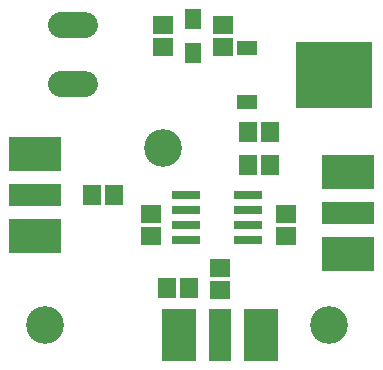
<source format=gbr>
G04 EAGLE Gerber RS-274X export*
G75*
%MOMM*%
%FSLAX34Y34*%
%LPD*%
%INSoldermask Top*%
%IPPOS*%
%AMOC8*
5,1,8,0,0,1.08239X$1,22.5*%
G01*
%ADD10C,3.203200*%
%ADD11R,1.703200X1.503200*%
%ADD12R,1.503200X1.703200*%
%ADD13R,1.403200X1.703200*%
%ADD14R,6.403200X5.603200*%
%ADD15R,1.803200X1.203200*%
%ADD16R,2.403200X0.803200*%
%ADD17C,2.184400*%
%ADD18R,1.981200X4.394200*%
%ADD19R,2.870200X4.394200*%
%ADD20R,4.394200X1.981200*%
%ADD21R,4.394200X2.870200*%
%ADD22R,1.503200X1.803200*%


D10*
X40000Y40000D03*
X280000Y40000D03*
X140000Y190000D03*
D11*
X139700Y274980D03*
X139700Y293980D03*
X190500Y293980D03*
X190500Y274980D03*
D12*
X98400Y149860D03*
X79400Y149860D03*
X230480Y203200D03*
X211480Y203200D03*
D11*
X129540Y114960D03*
X129540Y133960D03*
X187960Y88240D03*
X187960Y69240D03*
D12*
X230480Y175260D03*
X211480Y175260D03*
D11*
X243840Y133960D03*
X243840Y114960D03*
D13*
X165100Y269980D03*
X165100Y298980D03*
D14*
X284080Y251460D03*
D15*
X211080Y274260D03*
X211080Y228660D03*
D16*
X159420Y137160D03*
X211420Y137160D03*
X159420Y149860D03*
X159420Y124460D03*
X159420Y111760D03*
X211420Y149860D03*
X211420Y124460D03*
X211420Y111760D03*
D17*
X73406Y244094D02*
X53594Y244094D01*
X53594Y294132D02*
X73406Y294132D01*
D18*
X187960Y31314D03*
D19*
X153014Y31314D03*
X222906Y31314D03*
D20*
X31314Y149860D03*
D21*
X31314Y184806D03*
X31314Y114914D03*
D20*
X296346Y134620D03*
D21*
X296346Y99674D03*
X296346Y169566D03*
D22*
X142900Y71120D03*
X161900Y71120D03*
M02*

</source>
